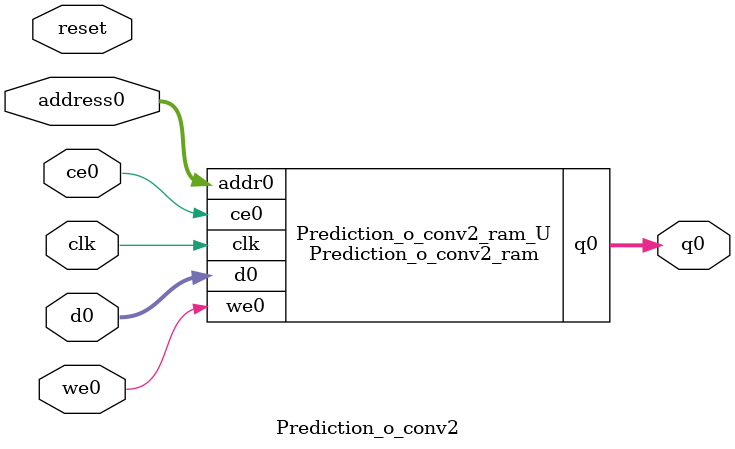
<source format=v>
`timescale 1 ns / 1 ps
module Prediction_o_conv2_ram (addr0, ce0, d0, we0, q0,  clk);

parameter DWIDTH = 32;
parameter AWIDTH = 11;
parameter MEM_SIZE = 1600;

input[AWIDTH-1:0] addr0;
input ce0;
input[DWIDTH-1:0] d0;
input we0;
output reg[DWIDTH-1:0] q0;
input clk;

(* ram_style = "block" *)reg [DWIDTH-1:0] ram[0:MEM_SIZE-1];




always @(posedge clk)  
begin 
    if (ce0) 
    begin
        if (we0) 
        begin 
            ram[addr0] <= d0; 
        end 
        q0 <= ram[addr0];
    end
end


endmodule

`timescale 1 ns / 1 ps
module Prediction_o_conv2(
    reset,
    clk,
    address0,
    ce0,
    we0,
    d0,
    q0);

parameter DataWidth = 32'd32;
parameter AddressRange = 32'd1600;
parameter AddressWidth = 32'd11;
input reset;
input clk;
input[AddressWidth - 1:0] address0;
input ce0;
input we0;
input[DataWidth - 1:0] d0;
output[DataWidth - 1:0] q0;



Prediction_o_conv2_ram Prediction_o_conv2_ram_U(
    .clk( clk ),
    .addr0( address0 ),
    .ce0( ce0 ),
    .we0( we0 ),
    .d0( d0 ),
    .q0( q0 ));

endmodule


</source>
